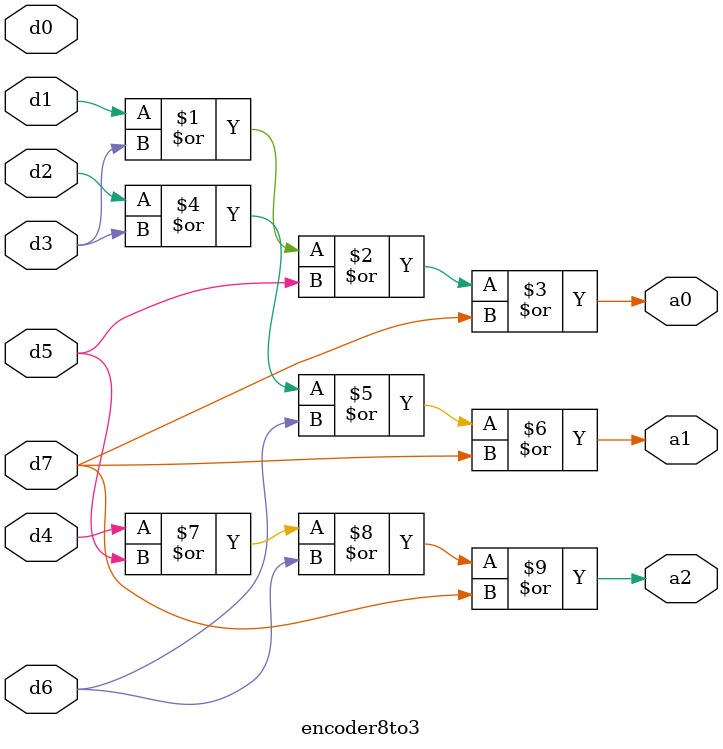
<source format=v>
`timescale 1ns / 1ps


 module encoder8to3(a0,a1,a2,d0,d1,d2,d3,d4,d5,d6,d7);
 input d0,d1,d2,d3,d4,d5,d6,d7;
 output a0,a1,a2;
 assign a0 = d1 | d3 | d5 | d7 ;
 assign a1 = d2 | d3 | d6 | d7 ;
 assign a2 = d4 | d5 | d6 | d7 ;
 endmodule

</source>
